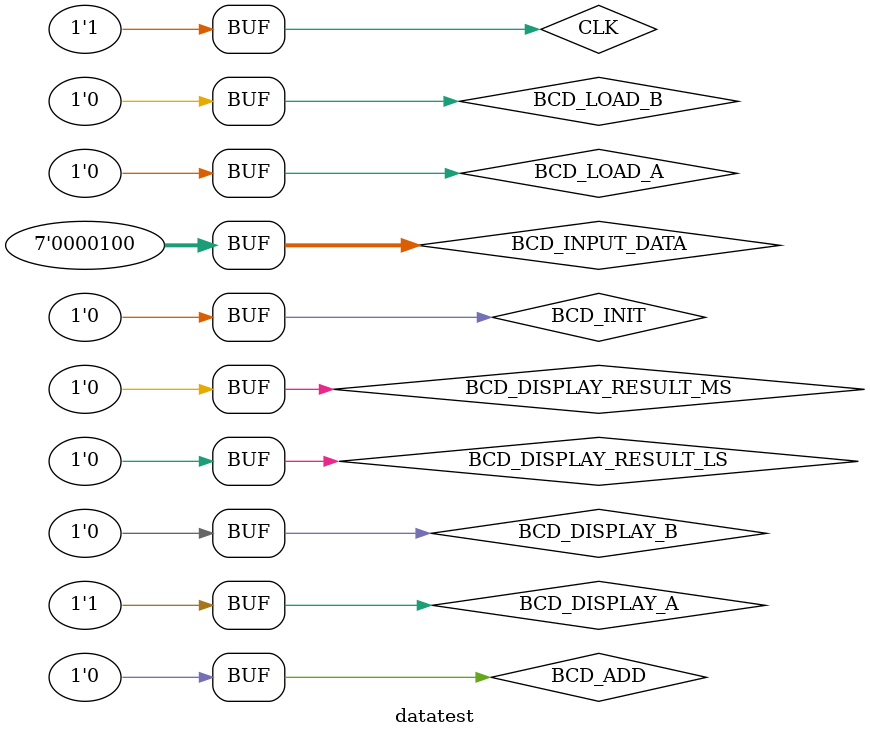
<source format=v>
`timescale 1ns / 1ps


module datatest;

	// Inputs
	reg [6:0] BCD_INPUT_DATA;
	reg CLK;
	reg BCD_INIT;
	reg BCD_LOAD_A;
	reg BCD_LOAD_B;
	reg BCD_DISPLAY_A;
	reg BCD_DISPLAY_B;
	reg BCD_ADD;
	reg BCD_DISPLAY_RESULT_LS;
	reg BCD_DISPLAY_RESULT_MS;

	// Outputs
	wire [7:0] BCD_OUTPUT_DATA;
	wire BCD_INIT_ACK;
	wire BCD_LOAD_A_ACK;
	wire BCD_LOAD_B_ACK;
	wire BCD_DISPLAY_A_ACK;
	wire BCD_DISPLAY_B_ACK;
	wire BCD_ADD_ACK;
	wire BCD_DISPLAY_RESULT_LS_ACK;
	wire BCD_DISPLAY_RESULT_MS_ACK;

	// Instantiate the Unit Under Test (UUT)
	bcd_add_datapath uut (
		.BCD_INPUT_DATA(BCD_INPUT_DATA), 
		.BCD_OUTPUT_DATA(BCD_OUTPUT_DATA), 
		.CLK(CLK), 
		.BCD_INIT(BCD_INIT), 
		.BCD_INIT_ACK(BCD_INIT_ACK), 
		.BCD_LOAD_A(BCD_LOAD_A), 
		.BCD_LOAD_A_ACK(BCD_LOAD_A_ACK), 
		.BCD_LOAD_B(BCD_LOAD_B), 
		.BCD_LOAD_B_ACK(BCD_LOAD_B_ACK), 
		.BCD_DISPLAY_A(BCD_DISPLAY_A), 
		.BCD_DISPLAY_A_ACK(BCD_DISPLAY_A_ACK), 
		.BCD_DISPLAY_B(BCD_DISPLAY_B), 
		.BCD_DISPLAY_B_ACK(BCD_DISPLAY_B_ACK), 
		.BCD_ADD(BCD_ADD), 
		.BCD_ADD_ACK(BCD_ADD_ACK), 
		.BCD_DISPLAY_RESULT_LS(BCD_DISPLAY_RESULT_LS), 
		.BCD_DISPLAY_RESULT_LS_ACK(BCD_DISPLAY_RESULT_LS_ACK), 
		.BCD_DISPLAY_RESULT_MS(BCD_DISPLAY_RESULT_MS), 
		.BCD_DISPLAY_RESULT_MS_ACK(BCD_DISPLAY_RESULT_MS_ACK)
	);

	initial begin
		// Initialize Inputs
		BCD_INPUT_DATA = 4;
		CLK = 0;
		BCD_INIT = 0;
		BCD_LOAD_A = 0;
		BCD_LOAD_B = 0;
		BCD_DISPLAY_A = 0;
		BCD_DISPLAY_B = 0;
		BCD_ADD = 0;
		BCD_DISPLAY_RESULT_LS = 0;
		BCD_DISPLAY_RESULT_MS = 0;

		// Wait 100 ns for global reset to finish
		#100;
       
		CLK = 0;
		#20
		BCD_INIT = 1;
		#20
		CLK = 1;
		
		CLK = 0;
		#20
		BCD_INIT = 0;
		BCD_LOAD_A = 1;
		#20
		CLK = 1;
		
		CLK = 0;
		#20
		BCD_INIT = 0;
		BCD_LOAD_A = 0;
		BCD_ADD = 1;
		#20
		CLK = 1;
		
		CLK = 0;
		#20
		BCD_INIT = 0;
		BCD_LOAD_A = 0;
		BCD_ADD = 0;
		BCD_DISPLAY_A = 1;
		#20
		CLK = 1;
		
		
		
		// Add stimulus here

	end
      
endmodule


</source>
